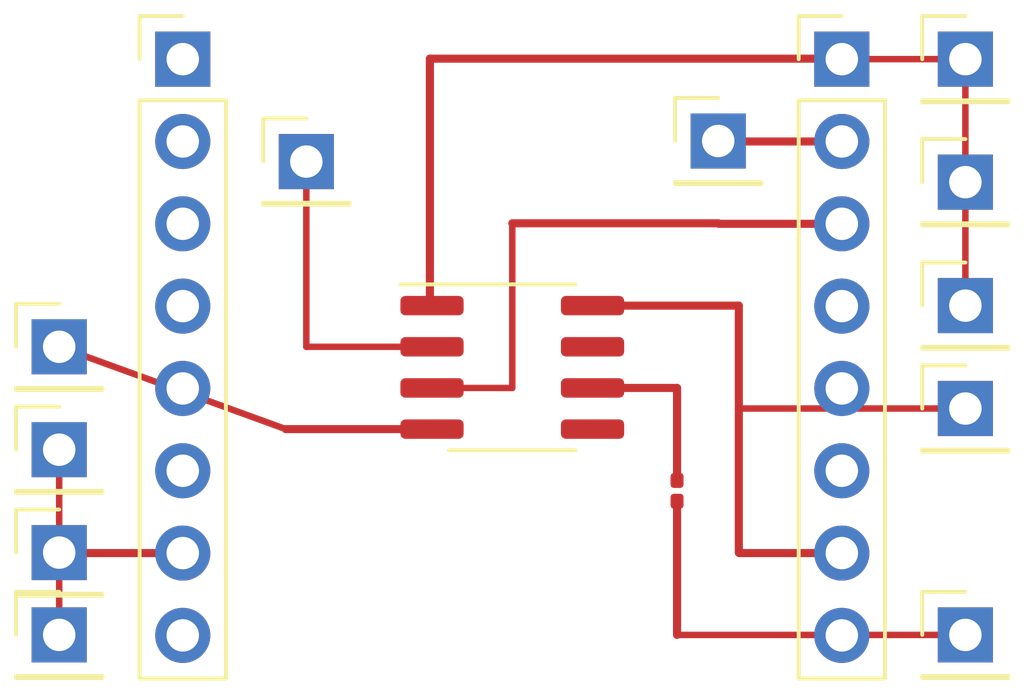
<source format=kicad_pcb>
(kicad_pcb (version 20211014) (generator pcbnew)
  (layers (0 "F.Cu" signal) (31 "B.Cu" signal) (34 "B.Paste" user) (35 "F.Paste" user) (36 "B.SilkS" user "B.Silkscreen") (37 "F.SilkS" user "F.Silkscreen") (38 "B.Mask" user) (39 "F.Mask" user) (44 "Edge.Cuts" user))
  (net 0 "")
  (footprint "Connector_PinHeader_2.54mm:PinHeader_1x01_P2.54mm_Vertical" (layer "F.Cu") (at 186.69 98.425)
    (fp_text reference "REF**" hide)
    (fp_text value "PinHeader_1x01_P2.54mm_Vertical" hide)
    (fp_line (start -1.33 -1.33) (end 0 -1.33) (layer "F.SilkS") (width 0.12))
    (fp_line (start -1.33 1.27) (end 1.33 1.27) (layer "F.SilkS") (width 0.12))
    (fp_line (start -1.33 1.27) (end -1.33 1.33) (layer "F.SilkS") (width 0.12))
    (fp_line (start 1.33 1.27) (end 1.33 1.33) (layer "F.SilkS") (width 0.12))
    (fp_line (start -1.33 0) (end -1.33 -1.33) (layer "F.SilkS") (width 0.12))
    (fp_line (start -1.33 1.33) (end 1.33 1.33) (layer "F.SilkS") (width 0.12))
    (pad "1" thru_hole rect (at 0 0) (size 1.7 1.7) (drill 1) (layers F&B.Cu *.Mask))
  )
  (footprint "Resistor_SMD:R_0201_0603Metric" (layer "F.Cu") (at 177.8 100.965 -90)
    (fp_text reference "REF**" hide)
    (fp_text value "R_0201_0603Metric" hide)
    (pad "1" smd roundrect (at -0.32 0 270) (size 0.46 0.4) (layers "F.Cu" "F.Mask"))
    (pad "2" smd roundrect (at 0.32 0 270) (size 0.46 0.4) (layers "F.Cu" "F.Mask"))
  )
  (footprint "Connector_PinHeader_2.54mm:PinHeader_1x08_P2.54mm_Vertical" (layer "F.Cu") (at 182.88 87.645)
    (fp_text reference "REF**" hide)
    (fp_text value "PinHeader_1x08_P2.54mm_Vertical" hide)
    (fp_line (start -1.33 0) (end -1.33 -1.33) (layer "F.SilkS") (width 0.12))
    (fp_line (start -1.33 19.11) (end 1.33 19.11) (layer "F.SilkS") (width 0.12))
    (fp_line (start -1.33 1.27) (end 1.33 1.27) (layer "F.SilkS") (width 0.12))
    (fp_line (start -1.33 -1.33) (end 0 -1.33) (layer "F.SilkS") (width 0.12))
    (fp_line (start 1.33 1.27) (end 1.33 19.11) (layer "F.SilkS") (width 0.12))
    (fp_line (start -1.33 1.27) (end -1.33 19.11) (layer "F.SilkS") (width 0.12))
    (pad "1 VCC" thru_hole rect locked (at 0 0) (size 1.7 1.7) (drill 1) (layers *.Cu *.Mask))
    (pad "2 RX" thru_hole oval locked (at 0 2.54) (size 1.7 1.7) (drill 1) (layers *.Cu *.Mask))
    (pad "3 TX" thru_hole oval locked (at 0 5.08) (size 1.7 1.7) (drill 1) (layers *.Cu *.Mask))
    (pad "4" thru_hole oval locked (at 0 7.62) (size 1.7 1.7) (drill 1) (layers F&B.Cu *.Mask))
    (pad "5" thru_hole oval locked (at 0 10.16) (size 1.7 1.7) (drill 1) (layers F&B.Cu *.Mask))
    (pad "6 SPK1" thru_hole oval locked (at 0 12.7) (size 1.7 1.7) (drill 1) (layers *.Cu *.Mask))
    (pad "7 GND" thru_hole oval locked (at 0 15.24) (size 1.7 1.7) (drill 1) (layers *.Cu *.Mask))
    (pad "8 SPK2" thru_hole oval locked (at 0 17.78) (size 1.7 1.7) (drill 1) (layers *.Cu *.Mask))
  )
  (footprint "Connector_PinHeader_2.54mm:PinHeader_1x01_P2.54mm_Vertical" (layer "F.Cu") (at 186.69 105.41)
    (fp_text reference "REF**" hide)
    (fp_text value "PinHeader_1x01_P2.54mm_Vertical" hide)
    (fp_line (start -1.33 -1.33) (end 0 -1.33) (layer "F.SilkS") (width 0.12))
    (fp_line (start -1.33 1.27) (end 1.33 1.27) (layer "F.SilkS") (width 0.12))
    (fp_line (start -1.33 1.27) (end -1.33 1.33) (layer "F.SilkS") (width 0.12))
    (fp_line (start 1.33 1.27) (end 1.33 1.33) (layer "F.SilkS") (width 0.12))
    (fp_line (start -1.33 0) (end -1.33 -1.33) (layer "F.SilkS") (width 0.12))
    (fp_line (start -1.33 1.33) (end 1.33 1.33) (layer "F.SilkS") (width 0.12))
    (pad "1" thru_hole rect (at 0 0) (size 1.7 1.7) (drill 1) (layers F&B.Cu *.Mask))
  )
  (footprint "Connector_PinHeader_2.54mm:PinHeader_1x01_P2.54mm_Vertical" (layer "F.Cu") (at 186.69 95.25)
    (fp_text reference "REF**" hide)
    (fp_text value "PinHeader_1x01_P2.54mm_Vertical" hide)
    (fp_line (start -1.33 -1.33) (end 0 -1.33) (layer "F.SilkS") (width 0.12))
    (fp_line (start -1.33 1.27) (end 1.33 1.27) (layer "F.SilkS") (width 0.12))
    (fp_line (start -1.33 1.27) (end -1.33 1.33) (layer "F.SilkS") (width 0.12))
    (fp_line (start 1.33 1.27) (end 1.33 1.33) (layer "F.SilkS") (width 0.12))
    (fp_line (start -1.33 0) (end -1.33 -1.33) (layer "F.SilkS") (width 0.12))
    (fp_line (start -1.33 1.33) (end 1.33 1.33) (layer "F.SilkS") (width 0.12))
    (pad "1" thru_hole rect (at 0 0) (size 1.7 1.7) (drill 1) (layers F&B.Cu *.Mask))
  )
  (footprint "Connector_PinHeader_2.54mm:PinHeader_1x01_P2.54mm_Vertical" (layer "F.Cu") (at 186.69 91.44)
    (fp_text reference "REF**" hide)
    (fp_text value "PinHeader_1x01_P2.54mm_Vertical" hide)
    (fp_line (start -1.33 0) (end -1.33 -1.33) (layer "F.SilkS") (width 0.12))
    (fp_line (start -1.33 1.27) (end -1.33 1.33) (layer "F.SilkS") (width 0.12))
    (fp_line (start 1.33 1.27) (end 1.33 1.33) (layer "F.SilkS") (width 0.12))
    (fp_line (start -1.33 -1.33) (end 0 -1.33) (layer "F.SilkS") (width 0.12))
    (fp_line (start -1.33 1.27) (end 1.33 1.27) (layer "F.SilkS") (width 0.12))
    (fp_line (start -1.33 1.33) (end 1.33 1.33) (layer "F.SilkS") (width 0.12))
    (pad "1" thru_hole rect (at 0 0) (size 1.7 1.7) (drill 1) (layers F&B.Cu *.Mask))
  )
  (footprint "Connector_PinHeader_2.54mm:PinHeader_1x08_P2.54mm_Vertical" (layer "F.Cu") (at 162.56 87.645)
    (fp_text reference "REF**" hide)
    (fp_text value "PinHeader_1x08_P2.54mm_Vertical" hide)
    (fp_line (start -1.33 19.11) (end 1.33 19.11) (layer "F.SilkS") (width 0.12))
    (fp_line (start 1.33 1.27) (end 1.33 19.11) (layer "F.SilkS") (width 0.12))
    (fp_line (start -1.33 0) (end -1.33 -1.33) (layer "F.SilkS") (width 0.12))
    (fp_line (start -1.33 -1.33) (end 0 -1.33) (layer "F.SilkS") (width 0.12))
    (fp_line (start -1.33 1.27) (end -1.33 19.11) (layer "F.SilkS") (width 0.12))
    (fp_line (start -1.33 1.27) (end 1.33 1.27) (layer "F.SilkS") (width 0.12))
    (pad "9" thru_hole oval locked (at 0 17.78) (size 1.7 1.7) (drill 1) (layers *.Cu *.Mask))
    (pad "10 GND" thru_hole oval locked (at 0 15.24) (size 1.7 1.7) (drill 1) (layers *.Cu *.Mask))
    (pad "11" thru_hole oval locked (at 0 12.7) (size 1.7 1.7) (drill 1) (layers *.Cu *.Mask))
    (pad "12" thru_hole oval locked (at 0 10.16) (size 1.7 1.7) (drill 1) (layers *.Cu *.Mask))
    (pad "13" thru_hole oval locked (at 0 7.62) (size 1.7 1.7) (drill 1) (layers *.Cu *.Mask))
    (pad "14" thru_hole oval locked (at 0 5.08) (size 1.7 1.7) (drill 1) (layers *.Cu *.Mask))
    (pad "15" thru_hole oval locked (at 0 2.54) (size 1.7 1.7) (drill 1) (layers *.Cu *.Mask))
    (pad "16" thru_hole rect locked (at 0 0) (size 1.7 1.7) (drill 1) (layers *.Cu *.Mask))
  )
  (footprint "Package_SO:SOIC-8_3.9x4.9mm_P1.27mm" (layer "F.Cu") (at 172.72 97.155)
    (fp_text reference "REF**" hide)
    (fp_text value "SOIC-8_3.9x4.9mm_P1.27mm" hide)
    (fp_line (start 0 -2.56) (end -3.45 -2.56) (layer "F.SilkS") (width 0.12))
    (fp_line (start 0 2.56) (end 1.95 2.56) (layer "F.SilkS") (width 0.12))
    (fp_line (start 0 -2.56) (end 1.95 -2.56) (layer "F.SilkS") (width 0.12))
    (fp_line (start 0 2.56) (end -1.95 2.56) (layer "F.SilkS") (width 0.12))
    (pad "1 VDD" smd roundrect (at -2.475 -1.905) (size 1.95 0.6) (layers "F.Cu" "F.Paste" "F.Mask"))
    (pad "2 PA6" smd roundrect (at -2.475 -0.635) (size 1.95 0.6) (layers "F.Cu" "F.Paste" "F.Mask"))
    (pad "3 PA7" smd roundrect (at -2.475 0.635) (size 1.95 0.6) (layers "F.Cu" "F.Paste" "F.Mask"))
    (pad "4 PA1" smd roundrect (at -2.475 1.905) (size 1.95 0.6) (layers "F.Cu" "F.Paste" "F.Mask"))
    (pad "5 PA2" smd roundrect (at 2.475 1.905) (size 1.95 0.6) (layers "F.Cu" "F.Paste" "F.Mask"))
    (pad "6 PA0/UP" smd roundrect (at 2.475 0.635) (size 1.95 0.6) (layers "F.Cu" "F.Paste" "F.Mask"))
    (pad "7 PA3/CK" smd roundrect (at 2.475 -0.635) (size 1.95 0.6) (layers "F.Cu" "F.Paste" "F.Mask"))
    (pad "8 GND" smd roundrect (at 2.475 -1.905) (size 1.95 0.6) (layers "F.Cu" "F.Paste" "F.Mask"))
  )
  (footprint "Connector_PinHeader_2.54mm:PinHeader_1x01_P2.54mm_Vertical" (layer "F.Cu") (at 158.75 102.87)
    (fp_text reference "REF**" hide)
    (fp_text value "PinHeader_1x01_P2.54mm_Vertical" hide)
    (fp_line (start -1.33 -1.33) (end 0 -1.33) (layer "F.SilkS") (width 0.12))
    (fp_line (start -1.33 0) (end -1.33 -1.33) (layer "F.SilkS") (width 0.12))
    (fp_line (start 1.33 1.27) (end 1.33 1.33) (layer "F.SilkS") (width 0.12))
    (fp_line (start -1.33 1.33) (end 1.33 1.33) (layer "F.SilkS") (width 0.12))
    (fp_line (start -1.33 1.27) (end -1.33 1.33) (layer "F.SilkS") (width 0.12))
    (fp_line (start -1.33 1.27) (end 1.33 1.27) (layer "F.SilkS") (width 0.12))
    (pad "1" thru_hole rect (at 0 0) (size 1.7 1.7) (drill 1) (layers F&B.Cu *.Mask))
  )
  (footprint "Connector_PinHeader_2.54mm:PinHeader_1x01_P2.54mm_Vertical" (layer "F.Cu") (at 166.37 90.805)
    (fp_text reference "REF**" hide)
    (fp_text value "PinHeader_1x01_P2.54mm_Vertical" hide)
    (fp_line (start -1.33 0) (end -1.33 -1.33) (layer "F.SilkS") (width 0.12))
    (fp_line (start -1.33 1.27) (end 1.33 1.27) (layer "F.SilkS") (width 0.12))
    (fp_line (start -1.33 1.33) (end 1.33 1.33) (layer "F.SilkS") (width 0.12))
    (fp_line (start -1.33 -1.33) (end 0 -1.33) (layer "F.SilkS") (width 0.12))
    (fp_line (start 1.33 1.27) (end 1.33 1.33) (layer "F.SilkS") (width 0.12))
    (fp_line (start -1.33 1.27) (end -1.33 1.33) (layer "F.SilkS") (width 0.12))
    (pad "1" thru_hole rect (at 0 0) (size 1.7 1.7) (drill 1) (layers F&B.Cu *.Mask))
  )
  (footprint "Connector_PinHeader_2.54mm:PinHeader_1x01_P2.54mm_Vertical" (layer "F.Cu") (at 186.69 87.645)
    (fp_text reference "REF**" hide)
    (fp_text value "PinHeader_1x01_P2.54mm_Vertical" hide)
    (fp_line (start 1.33 1.27) (end 1.33 1.33) (layer "F.SilkS") (width 0.12))
    (fp_line (start -1.33 -1.33) (end 0 -1.33) (layer "F.SilkS") (width 0.12))
    (fp_line (start -1.33 1.27) (end 1.33 1.27) (layer "F.SilkS") (width 0.12))
    (fp_line (start -1.33 1.33) (end 1.33 1.33) (layer "F.SilkS") (width 0.12))
    (fp_line (start -1.33 1.27) (end -1.33 1.33) (layer "F.SilkS") (width 0.12))
    (fp_line (start -1.33 0) (end -1.33 -1.33) (layer "F.SilkS") (width 0.12))
    (pad "1" thru_hole rect (at 0 0) (size 1.7 1.7) (drill 1) (layers *.Cu *.Mask))
  )
  (footprint "Connector_PinHeader_2.54mm:PinHeader_1x01_P2.54mm_Vertical" (layer "F.Cu") (at 158.75 105.41)
    (fp_text reference "REF**" hide)
    (fp_text value "PinHeader_1x01_P2.54mm_Vertical" hide)
    (fp_line (start -1.33 -1.33) (end 0 -1.33) (layer "F.SilkS") (width 0.12))
    (fp_line (start -1.33 1.27) (end 1.33 1.27) (layer "F.SilkS") (width 0.12))
    (fp_line (start -1.33 1.27) (end -1.33 1.33) (layer "F.SilkS") (width 0.12))
    (fp_line (start 1.33 1.27) (end 1.33 1.33) (layer "F.SilkS") (width 0.12))
    (fp_line (start -1.33 0) (end -1.33 -1.33) (layer "F.SilkS") (width 0.12))
    (fp_line (start -1.33 1.33) (end 1.33 1.33) (layer "F.SilkS") (width 0.12))
    (pad "1" thru_hole rect (at 0 0) (size 1.7 1.7) (drill 1) (layers F&B.Cu *.Mask))
  )
  (footprint "Connector_PinHeader_2.54mm:PinHeader_1x01_P2.54mm_Vertical" (layer "F.Cu") (at 158.75 99.695)
    (fp_text reference "REF**" hide)
    (fp_text value "PinHeader_1x01_P2.54mm_Vertical" hide)
    (fp_line (start -1.33 -1.33) (end 0 -1.33) (layer "F.SilkS") (width 0.12))
    (fp_line (start -1.33 1.27) (end 1.33 1.27) (layer "F.SilkS") (width 0.12))
    (fp_line (start -1.33 1.27) (end -1.33 1.33) (layer "F.SilkS") (width 0.12))
    (fp_line (start 1.33 1.27) (end 1.33 1.33) (layer "F.SilkS") (width 0.12))
    (fp_line (start -1.33 0) (end -1.33 -1.33) (layer "F.SilkS") (width 0.12))
    (fp_line (start -1.33 1.33) (end 1.33 1.33) (layer "F.SilkS") (width 0.12))
    (pad "1" thru_hole rect (at 0 0) (size 1.7 1.7) (drill 1) (layers F&B.Cu *.Mask))
  )
  (footprint "Connector_PinHeader_2.54mm:PinHeader_1x01_P2.54mm_Vertical" (layer "F.Cu") (at 179.07 90.17)
    (fp_text reference "REF**" hide)
    (fp_text value "PinHeader_1x01_P2.54mm_Vertical" hide)
    (fp_line (start 1.33 1.27) (end 1.33 1.33) (layer "F.SilkS") (width 0.12))
    (fp_line (start -1.33 1.33) (end 1.33 1.33) (layer "F.SilkS") (width 0.12))
    (fp_line (start -1.33 1.27) (end -1.33 1.33) (layer "F.SilkS") (width 0.12))
    (fp_line (start -1.33 -1.33) (end 0 -1.33) (layer "F.SilkS") (width 0.12))
    (fp_line (start -1.33 1.27) (end 1.33 1.27) (layer "F.SilkS") (width 0.12))
    (fp_line (start -1.33 0) (end -1.33 -1.33) (layer "F.SilkS") (width 0.12))
    (pad "1" thru_hole rect (at 0 0) (size 1.7 1.7) (drill 1) (layers F&B.Cu *.Mask))
  )
  (footprint "Connector_PinHeader_2.54mm:PinHeader_1x01_P2.54mm_Vertical" (layer "F.Cu") (at 158.75 96.52)
    (fp_text reference "REF**" hide)
    (fp_text value "PinHeader_1x01_P2.54mm_Vertical" hide)
    (fp_line (start -1.33 1.27) (end -1.33 1.33) (layer "F.SilkS") (width 0.12))
    (fp_line (start 1.33 1.27) (end 1.33 1.33) (layer "F.SilkS") (width 0.12))
    (fp_line (start -1.33 1.33) (end 1.33 1.33) (layer "F.SilkS") (width 0.12))
    (fp_line (start -1.33 1.27) (end 1.33 1.27) (layer "F.SilkS") (width 0.12))
    (fp_line (start -1.33 -1.33) (end 0 -1.33) (layer "F.SilkS") (width 0.12))
    (fp_line (start -1.33 0) (end -1.33 -1.33) (layer "F.SilkS") (width 0.12))
    (pad "1" thru_hole rect (at 0 0) (size 1.7 1.7) (drill 1) (layers F&B.Cu *.Mask))
  )
  (gr_line (start 165.735 99.06) (end 158.75 96.52) (layer "F.Cu") (width 0.2))
  (gr_line (start 186.69 87.645) (end 182.88 87.645) (layer "F.Cu") (width 0.2))
  (segment (start 179.705 102.87) (end 179.72 102.885) (width 0.25) (layer "F.Cu") (net 0))
  (segment (start 175.195 99.06) (end 174.625 99.06) (width 0.25) (layer "F.Cu") (net 0))
  (segment (start 175.195 99.06) (end 175.195 99.125) (width 0.25) (layer "F.Cu") (net 0))
  (segment (start 186.69 105.41) (end 177.8 105.41) (width 0.2) (layer "F.Cu") (net 0))
  (segment (start 172.72 92.71) (end 179.07 92.71) (width 0.25) (layer "F.Cu") (net 0))
  (segment (start 158.765 102.885) (end 158.75 102.87) (width 0.25) (layer "F.Cu") (net 0))
  (segment (start 182.88 90.185) (end 179.085 90.185) (width 0.25) (layer "F.Cu") (net 0))
  (segment (start 179.705 95.25) (end 175.195 95.25) (width 0.25) (layer "F.Cu") (net 0))
  (segment (start 170.18 95.185) (end 170.245 95.25) (width 0.25) (layer "F.Cu") (net 0))
  (segment (start 177.8 100.645) (end 177.8 97.79) (width 0.25) (layer "F.Cu") (net 0))
  (segment (start 170.18 87.63) (end 170.18 95.185) (width 0.25) (layer "F.Cu") (net 0))
  (segment (start 186.69 95.25) (end 186.69 91.44) (width 0.2) (layer "F.Cu") (net 0))
  (segment (start 177.8 101.285) (end 177.8 105.41) (width 0.25) (layer "F.Cu") (net 0))
  (segment (start 170.245 96.52) (end 166.37 96.52) (width 0.2) (layer "F.Cu") (net 0))
  (segment (start 170.18 87.63) (end 182.546802 87.63) (width 0.25) (layer "F.Cu") (net 0))
  (segment (start 158.75 102.87) (end 158.75 99.695) (width 0.2) (layer "F.Cu") (net 0))
  (segment (start 166.37 96.52) (end 166.37 90.805) (width 0.2) (layer "F.Cu") (net 0))
  (segment (start 186.69 91.44) (end 186.69 88.210685) (width 0.2) (layer "F.Cu") (net 0))
  (segment (start 182.865 87.63) (end 182.88 87.645) (width 0.25) (layer "F.Cu") (net 0))
  (segment (start 182.88 92.725) (end 179.085 92.725) (width 0.25) (layer "F.Cu") (net 0))
  (segment (start 158.75 105.41) (end 158.75 102.87) (width 0.2) (layer "F.Cu") (net 0))
  (segment (start 182.546802 87.63) (end 182.720901 87.804099) (width 0.25) (layer "F.Cu") (net 0))
  (segment (start 170.245 97.79) (end 172.72 97.79) (width 0.2) (layer "F.Cu") (net 0))
  (segment (start 186.69 98.425) (end 179.705 98.425) (width 0.2) (layer "F.Cu") (net 0))
  (segment (start 179.72 102.885) (end 182.88 102.885) (width 0.25) (layer "F.Cu") (net 0))
  (segment (start 179.085 90.185) (end 179.07 90.17) (width 0.25) (layer "F.Cu") (net 0))
  (segment (start 170.18 99.06) (end 170.245 99.06) (width 0.25) (layer "F.Cu") (net 0))
  (segment (start 162.56 102.885) (end 158.765 102.885) (width 0.25) (layer "F.Cu") (net 0))
  (segment (start 172.72 97.79) (end 172.72 92.71) (width 0.2) (layer "F.Cu") (net 0))
  (segment (start 186.69 88.210685) (end 186.972843 87.927842) (width 0.2) (layer "F.Cu") (net 0))
  (segment (start 177.8 97.79) (end 175.195 97.79) (width 0.25) (layer "F.Cu") (net 0))
  (segment (start 179.705 98.425) (end 179.705 95.25) (width 0.25) (layer "F.Cu") (net 0))
  (segment (start 162.575 102.87) (end 162.56 102.885) (width 0.25) (layer "F.Cu") (net 0))
  (segment (start 170.245 99.06) (end 165.735 99.06) (width 0.25) (layer "F.Cu") (net 0))
  (segment (start 179.705 102.87) (end 179.705 98.425) (width 0.25) (layer "F.Cu") (net 0))
  (segment (start 179.085 92.725) (end 179.07 92.71) (width 0.25) (layer "F.Cu") (net 0))
)
</source>
